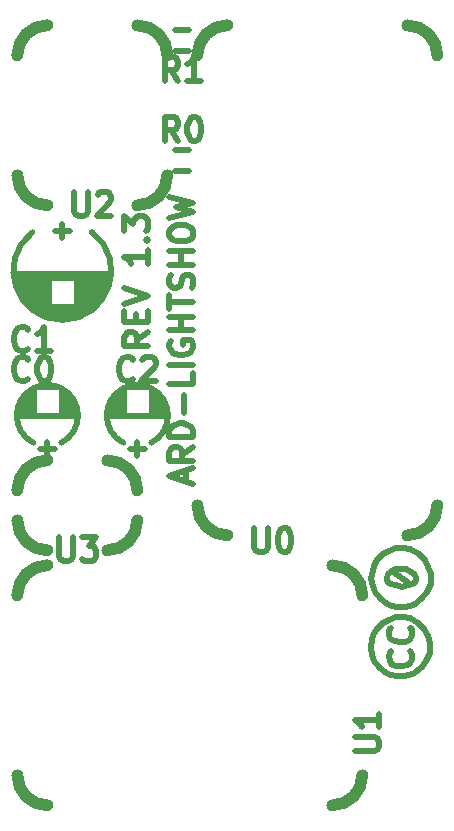
<source format=gbr>
%TF.GenerationSoftware,KiCad,Pcbnew,(5.1.8)-1*%
%TF.CreationDate,2020-11-23T21:40:14-08:00*%
%TF.ProjectId,ard_lightshow,6172645f-6c69-4676-9874-73686f772e6b,rev?*%
%TF.SameCoordinates,Original*%
%TF.FileFunction,Legend,Top*%
%TF.FilePolarity,Positive*%
%FSLAX46Y46*%
G04 Gerber Fmt 4.6, Leading zero omitted, Abs format (unit mm)*
G04 Created by KiCad (PCBNEW (5.1.8)-1) date 2020-11-23 21:40:14*
%MOMM*%
%LPD*%
G01*
G04 APERTURE LIST*
%ADD10C,0.500000*%
%ADD11C,1.000000*%
%ADD12C,0.120000*%
%ADD13C,0.150000*%
G04 APERTURE END LIST*
D10*
X110124761Y-122515952D02*
X109172380Y-123182619D01*
X110124761Y-123658809D02*
X108124761Y-123658809D01*
X108124761Y-122896904D01*
X108220000Y-122706428D01*
X108315238Y-122611190D01*
X108505714Y-122515952D01*
X108791428Y-122515952D01*
X108981904Y-122611190D01*
X109077142Y-122706428D01*
X109172380Y-122896904D01*
X109172380Y-123658809D01*
X109077142Y-121658809D02*
X109077142Y-120992142D01*
X110124761Y-120706428D02*
X110124761Y-121658809D01*
X108124761Y-121658809D01*
X108124761Y-120706428D01*
X108124761Y-120135000D02*
X110124761Y-119468333D01*
X108124761Y-118801666D01*
X110124761Y-115563571D02*
X110124761Y-116706428D01*
X110124761Y-116135000D02*
X108124761Y-116135000D01*
X108410476Y-116325476D01*
X108600952Y-116515952D01*
X108696190Y-116706428D01*
X109934285Y-114706428D02*
X110029523Y-114611190D01*
X110124761Y-114706428D01*
X110029523Y-114801666D01*
X109934285Y-114706428D01*
X110124761Y-114706428D01*
X108124761Y-113944523D02*
X108124761Y-112706428D01*
X108886666Y-113373095D01*
X108886666Y-113087380D01*
X108981904Y-112896904D01*
X109077142Y-112801666D01*
X109267619Y-112706428D01*
X109743809Y-112706428D01*
X109934285Y-112801666D01*
X110029523Y-112896904D01*
X110124761Y-113087380D01*
X110124761Y-113658809D01*
X110029523Y-113849285D01*
X109934285Y-113944523D01*
X113363333Y-135184047D02*
X113363333Y-134231666D01*
X113934761Y-135374523D02*
X111934761Y-134707857D01*
X113934761Y-134041190D01*
X113934761Y-132231666D02*
X112982380Y-132898333D01*
X113934761Y-133374523D02*
X111934761Y-133374523D01*
X111934761Y-132612619D01*
X112030000Y-132422142D01*
X112125238Y-132326904D01*
X112315714Y-132231666D01*
X112601428Y-132231666D01*
X112791904Y-132326904D01*
X112887142Y-132422142D01*
X112982380Y-132612619D01*
X112982380Y-133374523D01*
X113934761Y-131374523D02*
X111934761Y-131374523D01*
X111934761Y-130898333D01*
X112030000Y-130612619D01*
X112220476Y-130422142D01*
X112410952Y-130326904D01*
X112791904Y-130231666D01*
X113077619Y-130231666D01*
X113458571Y-130326904D01*
X113649047Y-130422142D01*
X113839523Y-130612619D01*
X113934761Y-130898333D01*
X113934761Y-131374523D01*
X113172857Y-129374523D02*
X113172857Y-127850714D01*
X113934761Y-125945952D02*
X113934761Y-126898333D01*
X111934761Y-126898333D01*
X113934761Y-125279285D02*
X111934761Y-125279285D01*
X112030000Y-123279285D02*
X111934761Y-123469761D01*
X111934761Y-123755476D01*
X112030000Y-124041190D01*
X112220476Y-124231666D01*
X112410952Y-124326904D01*
X112791904Y-124422142D01*
X113077619Y-124422142D01*
X113458571Y-124326904D01*
X113649047Y-124231666D01*
X113839523Y-124041190D01*
X113934761Y-123755476D01*
X113934761Y-123565000D01*
X113839523Y-123279285D01*
X113744285Y-123184047D01*
X113077619Y-123184047D01*
X113077619Y-123565000D01*
X113934761Y-122326904D02*
X111934761Y-122326904D01*
X112887142Y-122326904D02*
X112887142Y-121184047D01*
X113934761Y-121184047D02*
X111934761Y-121184047D01*
X111934761Y-120517380D02*
X111934761Y-119374523D01*
X113934761Y-119945952D02*
X111934761Y-119945952D01*
X113839523Y-118803095D02*
X113934761Y-118517380D01*
X113934761Y-118041190D01*
X113839523Y-117850714D01*
X113744285Y-117755476D01*
X113553809Y-117660238D01*
X113363333Y-117660238D01*
X113172857Y-117755476D01*
X113077619Y-117850714D01*
X112982380Y-118041190D01*
X112887142Y-118422142D01*
X112791904Y-118612619D01*
X112696666Y-118707857D01*
X112506190Y-118803095D01*
X112315714Y-118803095D01*
X112125238Y-118707857D01*
X112030000Y-118612619D01*
X111934761Y-118422142D01*
X111934761Y-117945952D01*
X112030000Y-117660238D01*
X113934761Y-116803095D02*
X111934761Y-116803095D01*
X112887142Y-116803095D02*
X112887142Y-115660238D01*
X113934761Y-115660238D02*
X111934761Y-115660238D01*
X111934761Y-114326904D02*
X111934761Y-113945952D01*
X112030000Y-113755476D01*
X112220476Y-113565000D01*
X112601428Y-113469761D01*
X113268095Y-113469761D01*
X113649047Y-113565000D01*
X113839523Y-113755476D01*
X113934761Y-113945952D01*
X113934761Y-114326904D01*
X113839523Y-114517380D01*
X113649047Y-114707857D01*
X113268095Y-114803095D01*
X112601428Y-114803095D01*
X112220476Y-114707857D01*
X112030000Y-114517380D01*
X111934761Y-114326904D01*
X111934761Y-112803095D02*
X113934761Y-112326904D01*
X112506190Y-111945952D01*
X113934761Y-111565000D01*
X111934761Y-111088809D01*
D11*
%TO.C,U0*%
X116840000Y-96520000D02*
G75*
G03*
X114300000Y-99060000I0J-2540000D01*
G01*
X134620000Y-99060000D02*
G75*
G03*
X132080000Y-96520000I-2540000J0D01*
G01*
X132080000Y-139700000D02*
G75*
G03*
X134620000Y-137160000I0J2540000D01*
G01*
X114300000Y-137160000D02*
G75*
G03*
X116840000Y-139700000I2540000J0D01*
G01*
%TO.C,U3*%
X106680000Y-140970000D02*
G75*
G03*
X109220000Y-138430000I0J2540000D01*
G01*
X99060000Y-138430000D02*
G75*
G03*
X101600000Y-140970000I2540000J0D01*
G01*
X101600000Y-133350000D02*
G75*
G03*
X99060000Y-135890000I0J-2540000D01*
G01*
X109220000Y-135890000D02*
G75*
G03*
X106680000Y-133350000I-2540000J0D01*
G01*
D10*
%TO.C,C2*%
X108570000Y-132410000D02*
X109870000Y-132410000D01*
X109220000Y-133010000D02*
X109220000Y-131810000D01*
D12*
X108866000Y-126999000D02*
X109574000Y-126999000D01*
X108661000Y-127039000D02*
X109779000Y-127039000D01*
X108513000Y-127079000D02*
X109927000Y-127079000D01*
X108391000Y-127119000D02*
X110049000Y-127119000D01*
X108286000Y-127159000D02*
X110154000Y-127159000D01*
X108192000Y-127199000D02*
X110248000Y-127199000D01*
X108108000Y-127239000D02*
X110332000Y-127239000D01*
X108031000Y-127279000D02*
X110409000Y-127279000D01*
X107959000Y-127319000D02*
X110481000Y-127319000D01*
X110200000Y-127359000D02*
X110547000Y-127359000D01*
X107893000Y-127359000D02*
X108240000Y-127359000D01*
X110200000Y-127399000D02*
X110610000Y-127399000D01*
X107830000Y-127399000D02*
X108240000Y-127399000D01*
X110200000Y-127439000D02*
X110668000Y-127439000D01*
X107772000Y-127439000D02*
X108240000Y-127439000D01*
X110200000Y-127479000D02*
X110724000Y-127479000D01*
X107716000Y-127479000D02*
X108240000Y-127479000D01*
X110200000Y-127519000D02*
X110776000Y-127519000D01*
X107664000Y-127519000D02*
X108240000Y-127519000D01*
X110200000Y-127559000D02*
X110826000Y-127559000D01*
X107614000Y-127559000D02*
X108240000Y-127559000D01*
X110200000Y-127599000D02*
X110874000Y-127599000D01*
X107566000Y-127599000D02*
X108240000Y-127599000D01*
X110200000Y-127639000D02*
X110919000Y-127639000D01*
X107521000Y-127639000D02*
X108240000Y-127639000D01*
X110200000Y-127679000D02*
X110962000Y-127679000D01*
X107478000Y-127679000D02*
X108240000Y-127679000D01*
X110200000Y-127719000D02*
X111003000Y-127719000D01*
X107437000Y-127719000D02*
X108240000Y-127719000D01*
X110200000Y-127759000D02*
X111043000Y-127759000D01*
X107397000Y-127759000D02*
X108240000Y-127759000D01*
X110200000Y-127799000D02*
X111081000Y-127799000D01*
X107359000Y-127799000D02*
X108240000Y-127799000D01*
X110200000Y-127839000D02*
X111117000Y-127839000D01*
X107323000Y-127839000D02*
X108240000Y-127839000D01*
X110200000Y-127879000D02*
X111152000Y-127879000D01*
X107288000Y-127879000D02*
X108240000Y-127879000D01*
X110200000Y-127919000D02*
X111185000Y-127919000D01*
X107255000Y-127919000D02*
X108240000Y-127919000D01*
X110200000Y-127959000D02*
X111217000Y-127959000D01*
X107223000Y-127959000D02*
X108240000Y-127959000D01*
X110200000Y-127999000D02*
X111248000Y-127999000D01*
X107192000Y-127999000D02*
X108240000Y-127999000D01*
X110200000Y-128039000D02*
X111278000Y-128039000D01*
X107162000Y-128039000D02*
X108240000Y-128039000D01*
X110200000Y-128079000D02*
X111306000Y-128079000D01*
X107134000Y-128079000D02*
X108240000Y-128079000D01*
X110200000Y-128119000D02*
X111333000Y-128119000D01*
X107107000Y-128119000D02*
X108240000Y-128119000D01*
X110200000Y-128159000D02*
X111360000Y-128159000D01*
X107080000Y-128159000D02*
X108240000Y-128159000D01*
X110200000Y-128199000D02*
X111385000Y-128199000D01*
X107055000Y-128199000D02*
X108240000Y-128199000D01*
X110200000Y-128239000D02*
X111409000Y-128239000D01*
X107031000Y-128239000D02*
X108240000Y-128239000D01*
X110200000Y-128279000D02*
X111432000Y-128279000D01*
X107008000Y-128279000D02*
X108240000Y-128279000D01*
X110200000Y-128319000D02*
X111454000Y-128319000D01*
X106986000Y-128319000D02*
X108240000Y-128319000D01*
X110200000Y-128359000D02*
X111476000Y-128359000D01*
X106964000Y-128359000D02*
X108240000Y-128359000D01*
X110200000Y-128399000D02*
X111496000Y-128399000D01*
X106944000Y-128399000D02*
X108240000Y-128399000D01*
X110200000Y-128439000D02*
X111516000Y-128439000D01*
X106924000Y-128439000D02*
X108240000Y-128439000D01*
X110200000Y-128479000D02*
X111535000Y-128479000D01*
X106905000Y-128479000D02*
X108240000Y-128479000D01*
X110200000Y-128519000D02*
X111553000Y-128519000D01*
X106887000Y-128519000D02*
X108240000Y-128519000D01*
X110200000Y-128559000D02*
X111570000Y-128559000D01*
X106870000Y-128559000D02*
X108240000Y-128559000D01*
X110200000Y-128599000D02*
X111586000Y-128599000D01*
X106854000Y-128599000D02*
X108240000Y-128599000D01*
X110200000Y-128639000D02*
X111602000Y-128639000D01*
X106838000Y-128639000D02*
X108240000Y-128639000D01*
X110200000Y-128679000D02*
X111616000Y-128679000D01*
X106824000Y-128679000D02*
X108240000Y-128679000D01*
X110200000Y-128719000D02*
X111630000Y-128719000D01*
X106810000Y-128719000D02*
X108240000Y-128719000D01*
X110200000Y-128759000D02*
X111644000Y-128759000D01*
X106796000Y-128759000D02*
X108240000Y-128759000D01*
X110200000Y-128799000D02*
X111656000Y-128799000D01*
X106784000Y-128799000D02*
X108240000Y-128799000D01*
X110200000Y-128839000D02*
X111668000Y-128839000D01*
X106772000Y-128839000D02*
X108240000Y-128839000D01*
X110200000Y-128880000D02*
X111680000Y-128880000D01*
X106760000Y-128880000D02*
X108240000Y-128880000D01*
X110200000Y-128920000D02*
X111690000Y-128920000D01*
X106750000Y-128920000D02*
X108240000Y-128920000D01*
X110200000Y-128960000D02*
X111700000Y-128960000D01*
X106740000Y-128960000D02*
X108240000Y-128960000D01*
X110200000Y-129000000D02*
X111709000Y-129000000D01*
X106731000Y-129000000D02*
X108240000Y-129000000D01*
X110200000Y-129040000D02*
X111718000Y-129040000D01*
X106722000Y-129040000D02*
X108240000Y-129040000D01*
X110200000Y-129080000D02*
X111726000Y-129080000D01*
X106714000Y-129080000D02*
X108240000Y-129080000D01*
X110200000Y-129120000D02*
X111733000Y-129120000D01*
X106707000Y-129120000D02*
X108240000Y-129120000D01*
X110200000Y-129160000D02*
X111739000Y-129160000D01*
X106701000Y-129160000D02*
X108240000Y-129160000D01*
X110200000Y-129200000D02*
X111745000Y-129200000D01*
X106695000Y-129200000D02*
X108240000Y-129200000D01*
X110200000Y-129240000D02*
X111751000Y-129240000D01*
X106689000Y-129240000D02*
X108240000Y-129240000D01*
X110200000Y-129280000D02*
X111755000Y-129280000D01*
X106685000Y-129280000D02*
X108240000Y-129280000D01*
X106681000Y-129320000D02*
X111759000Y-129320000D01*
X106677000Y-129360000D02*
X111763000Y-129360000D01*
X106674000Y-129400000D02*
X111766000Y-129400000D01*
X106672000Y-129440000D02*
X111768000Y-129440000D01*
X106671000Y-129480000D02*
X111769000Y-129480000D01*
X106670000Y-129520000D02*
X111770000Y-129520000D01*
D10*
X106670000Y-129560000D02*
X111770000Y-129560000D01*
X110399723Y-127254278D02*
G75*
G03*
X108040000Y-127254420I-1179723J-2305722D01*
G01*
X110399723Y-127254278D02*
G75*
G02*
X110400000Y-131865580I-1179723J-2305722D01*
G01*
X108040277Y-127254278D02*
G75*
G03*
X108040000Y-131865580I1179723J-2305722D01*
G01*
%TO.C,C0*%
X100950000Y-132410000D02*
X102250000Y-132410000D01*
X101600000Y-133010000D02*
X101600000Y-131810000D01*
D12*
X101246000Y-126999000D02*
X101954000Y-126999000D01*
X101041000Y-127039000D02*
X102159000Y-127039000D01*
X100893000Y-127079000D02*
X102307000Y-127079000D01*
X100771000Y-127119000D02*
X102429000Y-127119000D01*
X100666000Y-127159000D02*
X102534000Y-127159000D01*
X100572000Y-127199000D02*
X102628000Y-127199000D01*
X100488000Y-127239000D02*
X102712000Y-127239000D01*
X100411000Y-127279000D02*
X102789000Y-127279000D01*
X100339000Y-127319000D02*
X102861000Y-127319000D01*
X102580000Y-127359000D02*
X102927000Y-127359000D01*
X100273000Y-127359000D02*
X100620000Y-127359000D01*
X102580000Y-127399000D02*
X102990000Y-127399000D01*
X100210000Y-127399000D02*
X100620000Y-127399000D01*
X102580000Y-127439000D02*
X103048000Y-127439000D01*
X100152000Y-127439000D02*
X100620000Y-127439000D01*
X102580000Y-127479000D02*
X103104000Y-127479000D01*
X100096000Y-127479000D02*
X100620000Y-127479000D01*
X102580000Y-127519000D02*
X103156000Y-127519000D01*
X100044000Y-127519000D02*
X100620000Y-127519000D01*
X102580000Y-127559000D02*
X103206000Y-127559000D01*
X99994000Y-127559000D02*
X100620000Y-127559000D01*
X102580000Y-127599000D02*
X103254000Y-127599000D01*
X99946000Y-127599000D02*
X100620000Y-127599000D01*
X102580000Y-127639000D02*
X103299000Y-127639000D01*
X99901000Y-127639000D02*
X100620000Y-127639000D01*
X102580000Y-127679000D02*
X103342000Y-127679000D01*
X99858000Y-127679000D02*
X100620000Y-127679000D01*
X102580000Y-127719000D02*
X103383000Y-127719000D01*
X99817000Y-127719000D02*
X100620000Y-127719000D01*
X102580000Y-127759000D02*
X103423000Y-127759000D01*
X99777000Y-127759000D02*
X100620000Y-127759000D01*
X102580000Y-127799000D02*
X103461000Y-127799000D01*
X99739000Y-127799000D02*
X100620000Y-127799000D01*
X102580000Y-127839000D02*
X103497000Y-127839000D01*
X99703000Y-127839000D02*
X100620000Y-127839000D01*
X102580000Y-127879000D02*
X103532000Y-127879000D01*
X99668000Y-127879000D02*
X100620000Y-127879000D01*
X102580000Y-127919000D02*
X103565000Y-127919000D01*
X99635000Y-127919000D02*
X100620000Y-127919000D01*
X102580000Y-127959000D02*
X103597000Y-127959000D01*
X99603000Y-127959000D02*
X100620000Y-127959000D01*
X102580000Y-127999000D02*
X103628000Y-127999000D01*
X99572000Y-127999000D02*
X100620000Y-127999000D01*
X102580000Y-128039000D02*
X103658000Y-128039000D01*
X99542000Y-128039000D02*
X100620000Y-128039000D01*
X102580000Y-128079000D02*
X103686000Y-128079000D01*
X99514000Y-128079000D02*
X100620000Y-128079000D01*
X102580000Y-128119000D02*
X103713000Y-128119000D01*
X99487000Y-128119000D02*
X100620000Y-128119000D01*
X102580000Y-128159000D02*
X103740000Y-128159000D01*
X99460000Y-128159000D02*
X100620000Y-128159000D01*
X102580000Y-128199000D02*
X103765000Y-128199000D01*
X99435000Y-128199000D02*
X100620000Y-128199000D01*
X102580000Y-128239000D02*
X103789000Y-128239000D01*
X99411000Y-128239000D02*
X100620000Y-128239000D01*
X102580000Y-128279000D02*
X103812000Y-128279000D01*
X99388000Y-128279000D02*
X100620000Y-128279000D01*
X102580000Y-128319000D02*
X103834000Y-128319000D01*
X99366000Y-128319000D02*
X100620000Y-128319000D01*
X102580000Y-128359000D02*
X103856000Y-128359000D01*
X99344000Y-128359000D02*
X100620000Y-128359000D01*
X102580000Y-128399000D02*
X103876000Y-128399000D01*
X99324000Y-128399000D02*
X100620000Y-128399000D01*
X102580000Y-128439000D02*
X103896000Y-128439000D01*
X99304000Y-128439000D02*
X100620000Y-128439000D01*
X102580000Y-128479000D02*
X103915000Y-128479000D01*
X99285000Y-128479000D02*
X100620000Y-128479000D01*
X102580000Y-128519000D02*
X103933000Y-128519000D01*
X99267000Y-128519000D02*
X100620000Y-128519000D01*
X102580000Y-128559000D02*
X103950000Y-128559000D01*
X99250000Y-128559000D02*
X100620000Y-128559000D01*
X102580000Y-128599000D02*
X103966000Y-128599000D01*
X99234000Y-128599000D02*
X100620000Y-128599000D01*
X102580000Y-128639000D02*
X103982000Y-128639000D01*
X99218000Y-128639000D02*
X100620000Y-128639000D01*
X102580000Y-128679000D02*
X103996000Y-128679000D01*
X99204000Y-128679000D02*
X100620000Y-128679000D01*
X102580000Y-128719000D02*
X104010000Y-128719000D01*
X99190000Y-128719000D02*
X100620000Y-128719000D01*
X102580000Y-128759000D02*
X104024000Y-128759000D01*
X99176000Y-128759000D02*
X100620000Y-128759000D01*
X102580000Y-128799000D02*
X104036000Y-128799000D01*
X99164000Y-128799000D02*
X100620000Y-128799000D01*
X102580000Y-128839000D02*
X104048000Y-128839000D01*
X99152000Y-128839000D02*
X100620000Y-128839000D01*
X102580000Y-128880000D02*
X104060000Y-128880000D01*
X99140000Y-128880000D02*
X100620000Y-128880000D01*
X102580000Y-128920000D02*
X104070000Y-128920000D01*
X99130000Y-128920000D02*
X100620000Y-128920000D01*
X102580000Y-128960000D02*
X104080000Y-128960000D01*
X99120000Y-128960000D02*
X100620000Y-128960000D01*
X102580000Y-129000000D02*
X104089000Y-129000000D01*
X99111000Y-129000000D02*
X100620000Y-129000000D01*
X102580000Y-129040000D02*
X104098000Y-129040000D01*
X99102000Y-129040000D02*
X100620000Y-129040000D01*
X102580000Y-129080000D02*
X104106000Y-129080000D01*
X99094000Y-129080000D02*
X100620000Y-129080000D01*
X102580000Y-129120000D02*
X104113000Y-129120000D01*
X99087000Y-129120000D02*
X100620000Y-129120000D01*
X102580000Y-129160000D02*
X104119000Y-129160000D01*
X99081000Y-129160000D02*
X100620000Y-129160000D01*
X102580000Y-129200000D02*
X104125000Y-129200000D01*
X99075000Y-129200000D02*
X100620000Y-129200000D01*
X102580000Y-129240000D02*
X104131000Y-129240000D01*
X99069000Y-129240000D02*
X100620000Y-129240000D01*
X102580000Y-129280000D02*
X104135000Y-129280000D01*
X99065000Y-129280000D02*
X100620000Y-129280000D01*
X99061000Y-129320000D02*
X104139000Y-129320000D01*
X99057000Y-129360000D02*
X104143000Y-129360000D01*
X99054000Y-129400000D02*
X104146000Y-129400000D01*
X99052000Y-129440000D02*
X104148000Y-129440000D01*
X99051000Y-129480000D02*
X104149000Y-129480000D01*
X99050000Y-129520000D02*
X104150000Y-129520000D01*
D10*
X99050000Y-129560000D02*
X104150000Y-129560000D01*
X102779723Y-127254278D02*
G75*
G03*
X100420000Y-127254420I-1179723J-2305722D01*
G01*
X102779723Y-127254278D02*
G75*
G02*
X102780000Y-131865580I-1179723J-2305722D01*
G01*
X100420277Y-127254278D02*
G75*
G03*
X100420000Y-131865580I1179723J-2305722D01*
G01*
D12*
%TO.C,C1*%
X106920000Y-117320000D02*
X98820000Y-117320000D01*
X106920000Y-117360000D02*
X98820000Y-117360000D01*
X106920000Y-117400000D02*
X98820000Y-117400000D01*
X106919000Y-117440000D02*
X98821000Y-117440000D01*
X106917000Y-117480000D02*
X98823000Y-117480000D01*
X106916000Y-117520000D02*
X98824000Y-117520000D01*
X106913000Y-117560000D02*
X98827000Y-117560000D01*
X106911000Y-117600000D02*
X98829000Y-117600000D01*
X106908000Y-117640000D02*
X98832000Y-117640000D01*
X106905000Y-117680000D02*
X98835000Y-117680000D01*
X106901000Y-117720000D02*
X98839000Y-117720000D01*
X106897000Y-117760000D02*
X98843000Y-117760000D01*
X106892000Y-117800000D02*
X98848000Y-117800000D01*
X106887000Y-117840000D02*
X98853000Y-117840000D01*
X106882000Y-117880000D02*
X98858000Y-117880000D01*
X106876000Y-117920000D02*
X98864000Y-117920000D01*
X106870000Y-117960000D02*
X98870000Y-117960000D01*
X106864000Y-118000000D02*
X98876000Y-118000000D01*
X106857000Y-118041000D02*
X98883000Y-118041000D01*
X106849000Y-118081000D02*
X98891000Y-118081000D01*
X106841000Y-118121000D02*
X103850000Y-118121000D01*
X101890000Y-118121000D02*
X98899000Y-118121000D01*
X106833000Y-118161000D02*
X103850000Y-118161000D01*
X101890000Y-118161000D02*
X98907000Y-118161000D01*
X106825000Y-118201000D02*
X103850000Y-118201000D01*
X101890000Y-118201000D02*
X98915000Y-118201000D01*
X106816000Y-118241000D02*
X103850000Y-118241000D01*
X101890000Y-118241000D02*
X98924000Y-118241000D01*
X106806000Y-118281000D02*
X103850000Y-118281000D01*
X101890000Y-118281000D02*
X98934000Y-118281000D01*
X106796000Y-118321000D02*
X103850000Y-118321000D01*
X101890000Y-118321000D02*
X98944000Y-118321000D01*
X106786000Y-118361000D02*
X103850000Y-118361000D01*
X101890000Y-118361000D02*
X98954000Y-118361000D01*
X106775000Y-118401000D02*
X103850000Y-118401000D01*
X101890000Y-118401000D02*
X98965000Y-118401000D01*
X106764000Y-118441000D02*
X103850000Y-118441000D01*
X101890000Y-118441000D02*
X98976000Y-118441000D01*
X106753000Y-118481000D02*
X103850000Y-118481000D01*
X101890000Y-118481000D02*
X98987000Y-118481000D01*
X106740000Y-118521000D02*
X103850000Y-118521000D01*
X101890000Y-118521000D02*
X99000000Y-118521000D01*
X106728000Y-118561000D02*
X103850000Y-118561000D01*
X101890000Y-118561000D02*
X99012000Y-118561000D01*
X106715000Y-118601000D02*
X103850000Y-118601000D01*
X101890000Y-118601000D02*
X99025000Y-118601000D01*
X106702000Y-118641000D02*
X103850000Y-118641000D01*
X101890000Y-118641000D02*
X99038000Y-118641000D01*
X106688000Y-118681000D02*
X103850000Y-118681000D01*
X101890000Y-118681000D02*
X99052000Y-118681000D01*
X106673000Y-118721000D02*
X103850000Y-118721000D01*
X101890000Y-118721000D02*
X99067000Y-118721000D01*
X106659000Y-118761000D02*
X103850000Y-118761000D01*
X101890000Y-118761000D02*
X99081000Y-118761000D01*
X106643000Y-118801000D02*
X103850000Y-118801000D01*
X101890000Y-118801000D02*
X99097000Y-118801000D01*
X106628000Y-118841000D02*
X103850000Y-118841000D01*
X101890000Y-118841000D02*
X99112000Y-118841000D01*
X106611000Y-118881000D02*
X103850000Y-118881000D01*
X101890000Y-118881000D02*
X99129000Y-118881000D01*
X106595000Y-118921000D02*
X103850000Y-118921000D01*
X101890000Y-118921000D02*
X99145000Y-118921000D01*
X106577000Y-118961000D02*
X103850000Y-118961000D01*
X101890000Y-118961000D02*
X99163000Y-118961000D01*
X106560000Y-119001000D02*
X103850000Y-119001000D01*
X101890000Y-119001000D02*
X99180000Y-119001000D01*
X106541000Y-119041000D02*
X103850000Y-119041000D01*
X101890000Y-119041000D02*
X99199000Y-119041000D01*
X106522000Y-119081000D02*
X103850000Y-119081000D01*
X101890000Y-119081000D02*
X99218000Y-119081000D01*
X106503000Y-119121000D02*
X103850000Y-119121000D01*
X101890000Y-119121000D02*
X99237000Y-119121000D01*
X106483000Y-119161000D02*
X103850000Y-119161000D01*
X101890000Y-119161000D02*
X99257000Y-119161000D01*
X106463000Y-119201000D02*
X103850000Y-119201000D01*
X101890000Y-119201000D02*
X99277000Y-119201000D01*
X106442000Y-119241000D02*
X103850000Y-119241000D01*
X101890000Y-119241000D02*
X99298000Y-119241000D01*
X106420000Y-119281000D02*
X103850000Y-119281000D01*
X101890000Y-119281000D02*
X99320000Y-119281000D01*
X106398000Y-119321000D02*
X103850000Y-119321000D01*
X101890000Y-119321000D02*
X99342000Y-119321000D01*
X106375000Y-119361000D02*
X103850000Y-119361000D01*
X101890000Y-119361000D02*
X99365000Y-119361000D01*
X106352000Y-119401000D02*
X103850000Y-119401000D01*
X101890000Y-119401000D02*
X99388000Y-119401000D01*
X106328000Y-119441000D02*
X103850000Y-119441000D01*
X101890000Y-119441000D02*
X99412000Y-119441000D01*
X106304000Y-119481000D02*
X103850000Y-119481000D01*
X101890000Y-119481000D02*
X99436000Y-119481000D01*
X106278000Y-119521000D02*
X103850000Y-119521000D01*
X101890000Y-119521000D02*
X99462000Y-119521000D01*
X106253000Y-119561000D02*
X103850000Y-119561000D01*
X101890000Y-119561000D02*
X99487000Y-119561000D01*
X106226000Y-119601000D02*
X103850000Y-119601000D01*
X101890000Y-119601000D02*
X99514000Y-119601000D01*
X106199000Y-119641000D02*
X103850000Y-119641000D01*
X101890000Y-119641000D02*
X99541000Y-119641000D01*
X106171000Y-119681000D02*
X103850000Y-119681000D01*
X101890000Y-119681000D02*
X99569000Y-119681000D01*
X106142000Y-119721000D02*
X103850000Y-119721000D01*
X101890000Y-119721000D02*
X99598000Y-119721000D01*
X106113000Y-119761000D02*
X103850000Y-119761000D01*
X101890000Y-119761000D02*
X99627000Y-119761000D01*
X106083000Y-119801000D02*
X103850000Y-119801000D01*
X101890000Y-119801000D02*
X99657000Y-119801000D01*
X106052000Y-119841000D02*
X103850000Y-119841000D01*
X101890000Y-119841000D02*
X99688000Y-119841000D01*
X106020000Y-119881000D02*
X103850000Y-119881000D01*
X101890000Y-119881000D02*
X99720000Y-119881000D01*
X105988000Y-119921000D02*
X103850000Y-119921000D01*
X101890000Y-119921000D02*
X99752000Y-119921000D01*
X105954000Y-119961000D02*
X103850000Y-119961000D01*
X101890000Y-119961000D02*
X99786000Y-119961000D01*
X105920000Y-120001000D02*
X103850000Y-120001000D01*
X101890000Y-120001000D02*
X99820000Y-120001000D01*
X105885000Y-120041000D02*
X103850000Y-120041000D01*
X101890000Y-120041000D02*
X99855000Y-120041000D01*
X105849000Y-120081000D02*
X99891000Y-120081000D01*
X105812000Y-120121000D02*
X99928000Y-120121000D01*
X105774000Y-120161000D02*
X99966000Y-120161000D01*
X105735000Y-120201000D02*
X100005000Y-120201000D01*
X105694000Y-120241000D02*
X100046000Y-120241000D01*
X105653000Y-120281000D02*
X100087000Y-120281000D01*
X105610000Y-120321000D02*
X100130000Y-120321000D01*
X105567000Y-120361000D02*
X100173000Y-120361000D01*
X105522000Y-120401000D02*
X100218000Y-120401000D01*
X105475000Y-120441000D02*
X100265000Y-120441000D01*
X105427000Y-120481000D02*
X100313000Y-120481000D01*
X105378000Y-120521000D02*
X100362000Y-120521000D01*
X105327000Y-120561000D02*
X100413000Y-120561000D01*
X105274000Y-120601000D02*
X100466000Y-120601000D01*
X105219000Y-120641000D02*
X100521000Y-120641000D01*
X105163000Y-120681000D02*
X100577000Y-120681000D01*
X105104000Y-120721000D02*
X100636000Y-120721000D01*
X105043000Y-120761000D02*
X100697000Y-120761000D01*
X104979000Y-120801000D02*
X100761000Y-120801000D01*
X104913000Y-120841000D02*
X100827000Y-120841000D01*
X104844000Y-120881000D02*
X100896000Y-120881000D01*
X104772000Y-120921000D02*
X100968000Y-120921000D01*
X104696000Y-120961000D02*
X101044000Y-120961000D01*
X104615000Y-121001000D02*
X101125000Y-121001000D01*
X104530000Y-121041000D02*
X101210000Y-121041000D01*
X104440000Y-121081000D02*
X101300000Y-121081000D01*
X104343000Y-121121000D02*
X101397000Y-121121000D01*
X104239000Y-121161000D02*
X101501000Y-121161000D01*
X104124000Y-121201000D02*
X101616000Y-121201000D01*
X103997000Y-121241000D02*
X101743000Y-121241000D01*
X103853000Y-121281000D02*
X101887000Y-121281000D01*
X103684000Y-121321000D02*
X102056000Y-121321000D01*
X103468000Y-121361000D02*
X102272000Y-121361000D01*
X103116000Y-121401000D02*
X102624000Y-121401000D01*
D10*
X102870000Y-113370000D02*
X102870000Y-114570000D01*
X103520000Y-113970000D02*
X102220000Y-113970000D01*
X105371081Y-114020237D02*
G75*
G02*
X100330001Y-114050100I-2501081J-3299763D01*
G01*
D11*
%TO.C,U2*%
X109220000Y-111760000D02*
G75*
G03*
X111760000Y-109220000I0J2540000D01*
G01*
X99060000Y-109220000D02*
G75*
G03*
X101600000Y-111760000I2540000J0D01*
G01*
X101600000Y-96520000D02*
G75*
G03*
X99060000Y-99060000I0J-2540000D01*
G01*
X111760000Y-99060000D02*
G75*
G03*
X109220000Y-96520000I-2540000J0D01*
G01*
%TO.C,U1*%
X99060000Y-160020000D02*
G75*
G03*
X101600000Y-162560000I2540000J0D01*
G01*
X101600000Y-142240000D02*
G75*
G03*
X99060000Y-144780000I0J-2540000D01*
G01*
X128270000Y-144780000D02*
G75*
G03*
X125730000Y-142240000I-2540000J0D01*
G01*
X125730000Y-162560000D02*
G75*
G03*
X128270000Y-160020000I0J2540000D01*
G01*
D10*
%TO.C,R1*%
X113630000Y-98670000D02*
X112430000Y-98670000D01*
X112430000Y-96910000D02*
X113630000Y-96910000D01*
%TO.C,R0*%
X112430000Y-107070000D02*
X113630000Y-107070000D01*
X113630000Y-108830000D02*
X112430000Y-108830000D01*
%TO.C, *%
X129144700Y-142690560D02*
X129045640Y-143290000D01*
X129243760Y-142289240D02*
X129144700Y-142690560D01*
X129546020Y-141788860D02*
X129243760Y-142289240D01*
X130043860Y-141291020D02*
X129546020Y-141788860D01*
X130544240Y-140988760D02*
X130043860Y-141291020D01*
X131146220Y-140790640D02*
X130544240Y-140988760D01*
X131745660Y-140790640D02*
X131146220Y-140790640D01*
X132345100Y-140889700D02*
X131745660Y-140790640D01*
X133046140Y-141291020D02*
X132345100Y-140889700D01*
X133543980Y-141788860D02*
X133046140Y-141291020D01*
X133846240Y-142390840D02*
X133543980Y-141788860D01*
X134044360Y-142990280D02*
X133846240Y-142390840D01*
X134044360Y-143790380D02*
X134044360Y-142990280D01*
X133744640Y-144488880D02*
X134044360Y-143790380D01*
X133345860Y-144989260D02*
X133744640Y-144488880D01*
X132644820Y-145591240D02*
X133345860Y-144989260D01*
X131844720Y-145789360D02*
X132644820Y-145591240D01*
X131245280Y-145789360D02*
X131844720Y-145789360D01*
X130744900Y-145690300D02*
X131245280Y-145789360D01*
X130346120Y-145489640D02*
X130744900Y-145690300D01*
X129744140Y-144989260D02*
X130346120Y-145489640D01*
X129345360Y-144488880D02*
X129744140Y-144989260D01*
X129144700Y-143991040D02*
X129345360Y-144488880D01*
X129045640Y-143389060D02*
X129144700Y-143991040D01*
D13*
X129045640Y-143290000D02*
X129045640Y-143389060D01*
D10*
X130395000Y-143540000D02*
X130345000Y-143290000D01*
X130595000Y-143790000D02*
X130395000Y-143540000D01*
X131095000Y-143940000D02*
X130595000Y-143790000D01*
X131595000Y-144040000D02*
X131095000Y-143940000D01*
X132145000Y-143940000D02*
X131595000Y-144040000D01*
X132545000Y-143790000D02*
X132145000Y-143940000D01*
X132795000Y-143540000D02*
X132545000Y-143790000D01*
X132845000Y-143240000D02*
X132795000Y-143540000D01*
X132645000Y-142940000D02*
X132845000Y-143240000D01*
X132395000Y-142790000D02*
X132645000Y-142940000D01*
X131945000Y-142590000D02*
X132395000Y-142790000D01*
X131595000Y-142590000D02*
X131945000Y-142590000D01*
X131145000Y-142590000D02*
X131595000Y-142590000D01*
X130745000Y-142740000D02*
X131145000Y-142590000D01*
X130445000Y-142990000D02*
X130745000Y-142740000D01*
X130345000Y-143290000D02*
X130445000Y-142990000D01*
X129094700Y-148540560D02*
X128995640Y-149140000D01*
X129193760Y-148139240D02*
X129094700Y-148540560D01*
X129496020Y-147638860D02*
X129193760Y-148139240D01*
X129993860Y-147141020D02*
X129496020Y-147638860D01*
X130494240Y-146838760D02*
X129993860Y-147141020D01*
X131096220Y-146640640D02*
X130494240Y-146838760D01*
X131695660Y-146640640D02*
X131096220Y-146640640D01*
X132295100Y-146739700D02*
X131695660Y-146640640D01*
X132996140Y-147141020D02*
X132295100Y-146739700D01*
X133493980Y-147638860D02*
X132996140Y-147141020D01*
X133796240Y-148240840D02*
X133493980Y-147638860D01*
X133994360Y-148840280D02*
X133796240Y-148240840D01*
X133994360Y-149640380D02*
X133994360Y-148840280D01*
X133694640Y-150338880D02*
X133994360Y-149640380D01*
X133295860Y-150839260D02*
X133694640Y-150338880D01*
X132594820Y-151441240D02*
X133295860Y-150839260D01*
X131794720Y-151639360D02*
X132594820Y-151441240D01*
X131195280Y-151639360D02*
X131794720Y-151639360D01*
X130694900Y-151540300D02*
X131195280Y-151639360D01*
X130296120Y-151339640D02*
X130694900Y-151540300D01*
X129694140Y-150839260D02*
X130296120Y-151339640D01*
X129295360Y-150338880D02*
X129694140Y-150839260D01*
X129094700Y-149841040D02*
X129295360Y-150338880D01*
X128995640Y-149239060D02*
X129094700Y-149841040D01*
D13*
X128995640Y-149140000D02*
X128995640Y-149239060D01*
D10*
X132495760Y-149739440D02*
X132295100Y-149538780D01*
X132495760Y-150140760D02*
X132495760Y-149739440D01*
X132394160Y-150440480D02*
X132495760Y-150140760D01*
X132094440Y-150641140D02*
X132394160Y-150440480D01*
X131594060Y-150740200D02*
X132094440Y-150641140D01*
X131195280Y-150740200D02*
X131594060Y-150740200D01*
X130793960Y-150641140D02*
X131195280Y-150740200D01*
X130595840Y-150338880D02*
X130793960Y-150641140D01*
X130494240Y-149940100D02*
X130595840Y-150338880D01*
X130595840Y-149640380D02*
X130494240Y-149940100D01*
X130694900Y-149538780D02*
X130595840Y-149640380D01*
X132495760Y-147638860D02*
X132295100Y-147539800D01*
X132495760Y-147941120D02*
X132495760Y-147638860D01*
X132495760Y-148139240D02*
X132495760Y-147941120D01*
X132295100Y-148540560D02*
X132495760Y-148139240D01*
X131893780Y-148741220D02*
X132295100Y-148540560D01*
X131495000Y-148741220D02*
X131893780Y-148741220D01*
X130994620Y-148639620D02*
X131495000Y-148741220D01*
X130595840Y-148438960D02*
X130994620Y-148639620D01*
X130494240Y-148139240D02*
X130595840Y-148438960D01*
X130494240Y-147839520D02*
X130494240Y-148139240D01*
X130595840Y-147638860D02*
X130494240Y-147839520D01*
X130694900Y-147539800D02*
X130595840Y-147638860D01*
X130745000Y-142740000D02*
X132295000Y-143790000D01*
%TO.C,U0*%
X119126190Y-139104761D02*
X119126190Y-140723809D01*
X119221428Y-140914285D01*
X119316666Y-141009523D01*
X119507142Y-141104761D01*
X119888095Y-141104761D01*
X120078571Y-141009523D01*
X120173809Y-140914285D01*
X120269047Y-140723809D01*
X120269047Y-139104761D01*
X121602380Y-139104761D02*
X121792857Y-139104761D01*
X121983333Y-139200000D01*
X122078571Y-139295238D01*
X122173809Y-139485714D01*
X122269047Y-139866666D01*
X122269047Y-140342857D01*
X122173809Y-140723809D01*
X122078571Y-140914285D01*
X121983333Y-141009523D01*
X121792857Y-141104761D01*
X121602380Y-141104761D01*
X121411904Y-141009523D01*
X121316666Y-140914285D01*
X121221428Y-140723809D01*
X121126190Y-140342857D01*
X121126190Y-139866666D01*
X121221428Y-139485714D01*
X121316666Y-139295238D01*
X121411904Y-139200000D01*
X121602380Y-139104761D01*
%TO.C,U3*%
X102616190Y-139874761D02*
X102616190Y-141493809D01*
X102711428Y-141684285D01*
X102806666Y-141779523D01*
X102997142Y-141874761D01*
X103378095Y-141874761D01*
X103568571Y-141779523D01*
X103663809Y-141684285D01*
X103759047Y-141493809D01*
X103759047Y-139874761D01*
X104520952Y-139874761D02*
X105759047Y-139874761D01*
X105092380Y-140636666D01*
X105378095Y-140636666D01*
X105568571Y-140731904D01*
X105663809Y-140827142D01*
X105759047Y-141017619D01*
X105759047Y-141493809D01*
X105663809Y-141684285D01*
X105568571Y-141779523D01*
X105378095Y-141874761D01*
X104806666Y-141874761D01*
X104616190Y-141779523D01*
X104520952Y-141684285D01*
%TO.C,C2*%
X108886666Y-126444285D02*
X108791428Y-126539523D01*
X108505714Y-126634761D01*
X108315238Y-126634761D01*
X108029523Y-126539523D01*
X107839047Y-126349047D01*
X107743809Y-126158571D01*
X107648571Y-125777619D01*
X107648571Y-125491904D01*
X107743809Y-125110952D01*
X107839047Y-124920476D01*
X108029523Y-124730000D01*
X108315238Y-124634761D01*
X108505714Y-124634761D01*
X108791428Y-124730000D01*
X108886666Y-124825238D01*
X109648571Y-124825238D02*
X109743809Y-124730000D01*
X109934285Y-124634761D01*
X110410476Y-124634761D01*
X110600952Y-124730000D01*
X110696190Y-124825238D01*
X110791428Y-125015714D01*
X110791428Y-125206190D01*
X110696190Y-125491904D01*
X109553333Y-126634761D01*
X110791428Y-126634761D01*
%TO.C,C0*%
X99996666Y-126444285D02*
X99901428Y-126539523D01*
X99615714Y-126634761D01*
X99425238Y-126634761D01*
X99139523Y-126539523D01*
X98949047Y-126349047D01*
X98853809Y-126158571D01*
X98758571Y-125777619D01*
X98758571Y-125491904D01*
X98853809Y-125110952D01*
X98949047Y-124920476D01*
X99139523Y-124730000D01*
X99425238Y-124634761D01*
X99615714Y-124634761D01*
X99901428Y-124730000D01*
X99996666Y-124825238D01*
X101234761Y-124634761D02*
X101425238Y-124634761D01*
X101615714Y-124730000D01*
X101710952Y-124825238D01*
X101806190Y-125015714D01*
X101901428Y-125396666D01*
X101901428Y-125872857D01*
X101806190Y-126253809D01*
X101710952Y-126444285D01*
X101615714Y-126539523D01*
X101425238Y-126634761D01*
X101234761Y-126634761D01*
X101044285Y-126539523D01*
X100949047Y-126444285D01*
X100853809Y-126253809D01*
X100758571Y-125872857D01*
X100758571Y-125396666D01*
X100853809Y-125015714D01*
X100949047Y-124825238D01*
X101044285Y-124730000D01*
X101234761Y-124634761D01*
%TO.C,C1*%
X99996666Y-123904285D02*
X99901428Y-123999523D01*
X99615714Y-124094761D01*
X99425238Y-124094761D01*
X99139523Y-123999523D01*
X98949047Y-123809047D01*
X98853809Y-123618571D01*
X98758571Y-123237619D01*
X98758571Y-122951904D01*
X98853809Y-122570952D01*
X98949047Y-122380476D01*
X99139523Y-122190000D01*
X99425238Y-122094761D01*
X99615714Y-122094761D01*
X99901428Y-122190000D01*
X99996666Y-122285238D01*
X101901428Y-124094761D02*
X100758571Y-124094761D01*
X101330000Y-124094761D02*
X101330000Y-122094761D01*
X101139523Y-122380476D01*
X100949047Y-122570952D01*
X100758571Y-122666190D01*
%TO.C,U2*%
X103886190Y-110664761D02*
X103886190Y-112283809D01*
X103981428Y-112474285D01*
X104076666Y-112569523D01*
X104267142Y-112664761D01*
X104648095Y-112664761D01*
X104838571Y-112569523D01*
X104933809Y-112474285D01*
X105029047Y-112283809D01*
X105029047Y-110664761D01*
X105886190Y-110855238D02*
X105981428Y-110760000D01*
X106171904Y-110664761D01*
X106648095Y-110664761D01*
X106838571Y-110760000D01*
X106933809Y-110855238D01*
X107029047Y-111045714D01*
X107029047Y-111236190D01*
X106933809Y-111521904D01*
X105790952Y-112664761D01*
X107029047Y-112664761D01*
%TO.C,U1*%
X127674761Y-157948809D02*
X129293809Y-157948809D01*
X129484285Y-157853571D01*
X129579523Y-157758333D01*
X129674761Y-157567857D01*
X129674761Y-157186904D01*
X129579523Y-156996428D01*
X129484285Y-156901190D01*
X129293809Y-156805952D01*
X127674761Y-156805952D01*
X129674761Y-154805952D02*
X129674761Y-155948809D01*
X129674761Y-155377380D02*
X127674761Y-155377380D01*
X127960476Y-155567857D01*
X128150952Y-155758333D01*
X128246190Y-155948809D01*
%TO.C,R1*%
X112696666Y-101234761D02*
X112030000Y-100282380D01*
X111553809Y-101234761D02*
X111553809Y-99234761D01*
X112315714Y-99234761D01*
X112506190Y-99330000D01*
X112601428Y-99425238D01*
X112696666Y-99615714D01*
X112696666Y-99901428D01*
X112601428Y-100091904D01*
X112506190Y-100187142D01*
X112315714Y-100282380D01*
X111553809Y-100282380D01*
X114601428Y-101234761D02*
X113458571Y-101234761D01*
X114030000Y-101234761D02*
X114030000Y-99234761D01*
X113839523Y-99520476D01*
X113649047Y-99710952D01*
X113458571Y-99806190D01*
%TO.C,R0*%
X112696666Y-106314761D02*
X112030000Y-105362380D01*
X111553809Y-106314761D02*
X111553809Y-104314761D01*
X112315714Y-104314761D01*
X112506190Y-104410000D01*
X112601428Y-104505238D01*
X112696666Y-104695714D01*
X112696666Y-104981428D01*
X112601428Y-105171904D01*
X112506190Y-105267142D01*
X112315714Y-105362380D01*
X111553809Y-105362380D01*
X113934761Y-104314761D02*
X114125238Y-104314761D01*
X114315714Y-104410000D01*
X114410952Y-104505238D01*
X114506190Y-104695714D01*
X114601428Y-105076666D01*
X114601428Y-105552857D01*
X114506190Y-105933809D01*
X114410952Y-106124285D01*
X114315714Y-106219523D01*
X114125238Y-106314761D01*
X113934761Y-106314761D01*
X113744285Y-106219523D01*
X113649047Y-106124285D01*
X113553809Y-105933809D01*
X113458571Y-105552857D01*
X113458571Y-105076666D01*
X113553809Y-104695714D01*
X113649047Y-104505238D01*
X113744285Y-104410000D01*
X113934761Y-104314761D01*
%TO.C, *%
D13*
%TD*%
M02*

</source>
